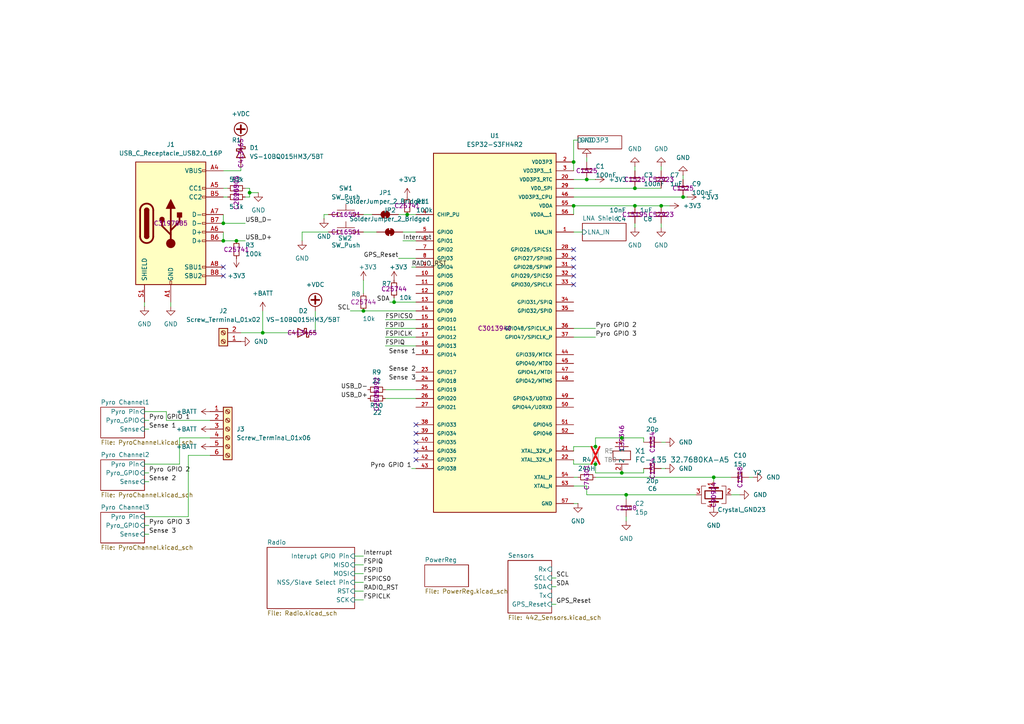
<source format=kicad_sch>
(kicad_sch (version 20250114) (generator "eeschema") (generator_version "9.0")
  (paper "A4")
  (lib_symbols
    (symbol "Connector:Screw_Terminal_01x02" (pin_names (offset 1.016) (hide yes))
      (property "Reference" "J" (at 0 2.54 0))
      (property "Value" "Screw_Terminal_01x02" (at 0 -5.08 0))
      (symbol "Screw_Terminal_01x02_1_1"
        (rectangle (start -1.27 1.27) (end 1.27 -3.81) (stroke (width 0.254)) (fill (type background)))
        (polyline (pts (xy -0.5334 0.3302) (xy 0.3302 -0.508)) (stroke (width 0.1524)))
        (polyline (pts (xy -0.5334 -2.2098) (xy 0.3302 -3.048)) (stroke (width 0.1524)))
        (polyline (pts (xy -0.3556 0.508) (xy 0.508 -0.3302)) (stroke (width 0.1524)))
        (polyline (pts (xy -0.3556 -2.032) (xy 0.508 -2.8702)) (stroke (width 0.1524)))
        (circle (center 0 0) (radius 0.635) (stroke (width 0.1524)))
        (circle (center 0 -2.54) (radius 0.635) (stroke (width 0.1524)))
        (pin passive line (at -5.08 0 0) (length 3.81) (name "Pin_1") (number "1"))
        (pin passive line (at -5.08 -2.54 0) (length 3.81) (name "Pin_2") (number "2"))
      )
    )
    (symbol "Connector:Screw_Terminal_01x06" (pin_names (offset 1.016) (hide yes))
      (property "Reference" "J" (at 0 7.62 0))
      (property "Value" "Screw_Terminal_01x06" (at 0 -10.16 0))
      (symbol "Screw_Terminal_01x06_1_1"
        (rectangle (start -1.27 6.35) (end 1.27 -8.89) (stroke (width 0.254)) (fill (type background)))
        (polyline (pts (xy -0.5334 5.4102) (xy 0.3302 4.572)) (stroke (width 0.1524)))
        (polyline (pts (xy -0.5334 2.8702) (xy 0.3302 2.032)) (stroke (width 0.1524)))
        (polyline (pts (xy -0.5334 0.3302) (xy 0.3302 -0.508)) (stroke (width 0.1524)))
        (polyline (pts (xy -0.5334 -2.2098) (xy 0.3302 -3.048)) (stroke (width 0.1524)))
        (polyline (pts (xy -0.5334 -4.7498) (xy 0.3302 -5.588)) (stroke (width 0.1524)))
        (polyline (pts (xy -0.5334 -7.2898) (xy 0.3302 -8.128)) (stroke (width 0.1524)))
        (polyline (pts (xy -0.3556 5.588) (xy 0.508 4.7498)) (stroke (width 0.1524)))
        (polyline (pts (xy -0.3556 3.048) (xy 0.508 2.2098)) (stroke (width 0.1524)))
        (polyline (pts (xy -0.3556 0.508) (xy 0.508 -0.3302)) (stroke (width 0.1524)))
        (polyline (pts (xy -0.3556 -2.032) (xy 0.508 -2.8702)) (stroke (width 0.1524)))
        (polyline (pts (xy -0.3556 -4.572) (xy 0.508 -5.4102)) (stroke (width 0.1524)))
        (polyline (pts (xy -0.3556 -7.112) (xy 0.508 -7.9502)) (stroke (width 0.1524)))
        (circle (center 0 5.08) (radius 0.635) (stroke (width 0.1524)))
        (circle (center 0 2.54) (radius 0.635) (stroke (width 0.1524)))
        (circle (center 0 0) (radius 0.635) (stroke (width 0.1524)))
        (circle (center 0 -2.54) (radius 0.635) (stroke (width 0.1524)))
        (circle (center 0 -5.08) (radius 0.635) (stroke (width 0.1524)))
        (circle (center 0 -7.62) (radius 0.635) (stroke (width 0.1524)))
        (pin passive line (at -5.08 5.08 0) (length 3.81) (name "Pin_1") (number "1"))
        (pin passive line (at -5.08 2.54 0) (length 3.81) (name "Pin_2") (number "2"))
        (pin passive line (at -5.08 0 0) (length 3.81) (name "Pin_3") (number "3"))
        (pin passive line (at -5.08 -2.54 0) (length 3.81) (name "Pin_4") (number "4"))
        (pin passive line (at -5.08 -5.08 0) (length 3.81) (name "Pin_5") (number "5"))
        (pin passive line (at -5.08 -7.62 0) (length 3.81) (name "Pin_6") (number "6"))
      )
    )
    (symbol "Connector:USB_C_Receptacle_USB2.0_16P" (pin_names (offset 1.016))
      (property "Reference" "J" (at 0 22.225 0))
      (property "Value" "USB_C_Receptacle_USB2.0_16P" (at 0 19.685 0))
      (symbol "USB_C_Receptacle_USB2.0_16P_0_0"
        (rectangle (start -0.254 -17.78) (end 0.254 -16.764))
        (rectangle (start 10.16 15.494) (end 9.144 14.986))
        (rectangle (start 10.16 10.414) (end 9.144 9.906))
        (rectangle (start 10.16 7.874) (end 9.144 7.366))
        (rectangle (start 10.16 2.794) (end 9.144 2.286))
        (rectangle (start 10.16 0.254) (end 9.144 -0.254))
        (rectangle (start 10.16 -2.286) (end 9.144 -2.794))
        (rectangle (start 10.16 -4.826) (end 9.144 -5.334))
        (rectangle (start 10.16 -12.446) (end 9.144 -12.954))
        (rectangle (start 10.16 -14.986) (end 9.144 -15.494))
      )
      (symbol "USB_C_Receptacle_USB2.0_16P_0_1"
        (rectangle (start -10.16 17.78) (end 10.16 -17.78) (stroke (width 0.254)) (fill (type background)))
        (polyline (pts (xy -8.89 -3.81) (xy -8.89 3.81)) (stroke (width 0.508)))
        (rectangle (start -7.62 -3.81) (end -6.35 3.81) (stroke (width 0.254)) (fill (type outline)))
        (arc (start -7.62 3.81) (mid -6.985 4.4423) (end -6.35 3.81) (stroke (width 0.254)))
        (arc (start -7.62 3.81) (mid -6.985 4.4423) (end -6.35 3.81) (stroke (width 0.254)) (fill (type outline)))
        (arc (start -8.89 3.81) (mid -6.985 5.7067) (end -5.08 3.81) (stroke (width 0.508)))
        (arc (start -5.08 -3.81) (mid -6.985 -5.7067) (end -8.89 -3.81) (stroke (width 0.508)))
        (arc (start -6.35 -3.81) (mid -6.985 -4.4423) (end -7.62 -3.81) (stroke (width 0.254)))
        (arc (start -6.35 -3.81) (mid -6.985 -4.4423) (end -7.62 -3.81) (stroke (width 0.254)) (fill (type outline)))
        (polyline (pts (xy -5.08 3.81) (xy -5.08 -3.81)) (stroke (width 0.508)))
        (circle (center -2.54 1.143) (radius 0.635) (stroke (width 0.254)) (fill (type outline)))
        (polyline (pts (xy -1.27 4.318) (xy 0 6.858) (xy 1.27 4.318) (xy -1.27 4.318)) (stroke (width 0.254)) (fill (type outline)))
        (polyline (pts (xy 0 -2.032) (xy 2.54 0.508) (xy 2.54 1.778)) (stroke (width 0.508)))
        (polyline (pts (xy 0 -3.302) (xy -2.54 -0.762) (xy -2.54 0.508)) (stroke (width 0.508)))
        (polyline (pts (xy 0 -5.842) (xy 0 4.318)) (stroke (width 0.508)))
        (circle (center 0 -5.842) (radius 1.27) (fill (type outline)))
        (rectangle (start 1.905 1.778) (end 3.175 3.048) (stroke (width 0.254)) (fill (type outline)))
      )
      (symbol "USB_C_Receptacle_USB2.0_16P_1_1"
        (pin passive line (at -7.62 -22.86 90) (length 5.08) (name "SHIELD") (number "S1"))
        (pin passive line (at 0 -22.86 90) (length 5.08) (name "GND") (number "A1"))
        (pin passive line (at 0 -22.86 90) (length 5.08) (hide yes) (name "GND") (number "A12"))
        (pin passive line (at 0 -22.86 90) (length 5.08) (hide yes) (name "GND") (number "B1"))
        (pin passive line (at 0 -22.86 90) (length 5.08) (hide yes) (name "GND") (number "B12"))
        (pin passive line (at 15.24 15.24 180) (length 5.08) (name "VBUS") (number "A4"))
        (pin passive line (at 15.24 15.24 180) (length 5.08) (hide yes) (name "VBUS") (number "A9"))
        (pin passive line (at 15.24 15.24 180) (length 5.08) (hide yes) (name "VBUS") (number "B4"))
        (pin passive line (at 15.24 15.24 180) (length 5.08) (hide yes) (name "VBUS") (number "B9"))
        (pin bidirectional line (at 15.24 10.16 180) (length 5.08) (name "CC1") (number "A5"))
        (pin bidirectional line (at 15.24 7.62 180) (length 5.08) (name "CC2") (number "B5"))
        (pin bidirectional line (at 15.24 2.54 180) (length 5.08) (name "D-") (number "A7"))
        (pin bidirectional line (at 15.24 0 180) (length 5.08) (name "D-") (number "B7"))
        (pin bidirectional line (at 15.24 -2.54 180) (length 5.08) (name "D+") (number "A6"))
        (pin bidirectional line (at 15.24 -5.08 180) (length 5.08) (name "D+") (number "B6"))
        (pin bidirectional line (at 15.24 -12.7 180) (length 5.08) (name "SBU1") (number "A8"))
        (pin bidirectional line (at 15.24 -15.24 180) (length 5.08) (name "SBU2") (number "B8"))
      )
    )
    (symbol "Device:C_Small" (pin_numbers (hide yes)) (pin_names (offset 0.254) (hide yes))
      (property "Reference" "C" (at 0.254 1.778 0))
      (property "Value" "C_Small" (at 0.254 -2.032 0))
      (symbol "C_Small_0_1"
        (polyline (pts (xy -1.524 0.508) (xy 1.524 0.508)) (stroke (width 0.3048)))
        (polyline (pts (xy -1.524 -0.508) (xy 1.524 -0.508)) (stroke (width 0.3302)))
      )
      (symbol "C_Small_1_1"
        (pin passive line (at 0 2.54 270) (length 2.032) (name "~") (number "1"))
        (pin passive line (at 0 -2.54 90) (length 2.032) (name "~") (number "2"))
      )
    )
    (symbol "Device:Crystal_GND23" (pin_names (offset 1.016) (hide yes))
      (property "Reference" "Y" (at 3.175 5.08 0))
      (property "Value" "Crystal_GND23" (at 3.175 3.175 0))
      (symbol "Crystal_GND23_0_1"
        (polyline (pts (xy -2.54 2.286) (xy -2.54 3.556) (xy 2.54 3.556) (xy 2.54 2.286)))
        (polyline (pts (xy -2.54 0) (xy -2.032 0)))
        (polyline (pts (xy -2.54 -2.286) (xy -2.54 -3.556) (xy 2.54 -3.556) (xy 2.54 -2.286)))
        (polyline (pts (xy -2.032 -1.27) (xy -2.032 1.27)) (stroke (width 0.508)))
        (rectangle (start -1.143 2.54) (end 1.143 -2.54) (stroke (width 0.3048)))
        (polyline (pts (xy 0 3.556) (xy 0 3.81)))
        (polyline (pts (xy 0 -3.81) (xy 0 -3.556)))
        (polyline (pts (xy 2.032 0) (xy 2.54 0)))
        (polyline (pts (xy 2.032 -1.27) (xy 2.032 1.27)) (stroke (width 0.508)))
      )
      (symbol "Crystal_GND23_1_1"
        (pin passive line (at -3.81 0 0) (length 1.27) (name "1") (number "1"))
        (pin passive line (at 0 5.08 270) (length 1.27) (name "2") (number "2"))
        (pin passive line (at 0 -5.08 90) (length 1.27) (name "3") (number "3"))
        (pin passive line (at 3.81 0 180) (length 1.27) (name "4") (number "4"))
      )
    )
    (symbol "Device:D_Schottky" (pin_numbers (hide yes)) (pin_names (offset 1.016) (hide yes))
      (property "Reference" "D" (at 0 2.54 0))
      (property "Value" "D_Schottky" (at 0 -2.54 0))
      (symbol "D_Schottky_0_1"
        (polyline (pts (xy -1.905 0.635) (xy -1.905 1.27) (xy -1.27 1.27) (xy -1.27 -1.27) (xy -0.635 -1.27) (xy -0.635 -0.635)) (stroke (width 0.254)))
        (polyline (pts (xy 1.27 1.27) (xy 1.27 -1.27) (xy -1.27 0) (xy 1.27 1.27)) (stroke (width 0.254)))
        (polyline (pts (xy 1.27 0) (xy -1.27 0)))
      )
      (symbol "D_Schottky_1_1"
        (pin passive line (at -3.81 0 0) (length 2.54) (name "K") (number "1"))
        (pin passive line (at 3.81 0 180) (length 2.54) (name "A") (number "2"))
      )
    )
    (symbol "Device:R_Small" (pin_numbers (hide yes)) (pin_names (offset 0.254) (hide yes))
      (property "Reference" "R" (at 0.762 0.508 0))
      (property "Value" "R_Small" (at 0.762 -1.016 0))
      (symbol "R_Small_0_1"
        (rectangle (start -0.762 1.778) (end 0.762 -1.778) (stroke (width 0.2032)))
      )
      (symbol "R_Small_1_1"
        (pin passive line (at 0 2.54 270) (length 0.762) (name "~") (number "1"))
        (pin passive line (at 0 -2.54 90) (length 0.762) (name "~") (number "2"))
      )
    )
    (symbol "ESP32-S3FH4R2:ESP32-S3FH4R2" (pin_names (offset 1.016))
      (property "Reference" "U" (at -17.78 51.562 0))
      (property "Value" "ESP32-S3FH4R2" (at -17.78 -55.88 0))
      (symbol "ESP32-S3FH4R2_0_0"
        (rectangle (start -17.78 -53.34) (end 17.78 50.8) (stroke (width 0.254)) (fill (type background)))
        (pin input line (at -22.86 33.02 0) (length 5.08) (name "CHIP_PU") (number "4"))
        (pin bidirectional line (at -22.86 27.94 0) (length 5.08) (name "GPIO0") (number "5"))
        (pin bidirectional line (at -22.86 25.4 0) (length 5.08) (name "GPIO1") (number "6"))
        (pin bidirectional line (at -22.86 22.86 0) (length 5.08) (name "GPIO2") (number "7"))
        (pin bidirectional line (at -22.86 20.32 0) (length 5.08) (name "GPIO3") (number "8"))
        (pin bidirectional line (at -22.86 17.78 0) (length 5.08) (name "GPIO4") (number "9"))
        (pin bidirectional line (at -22.86 15.24 0) (length 5.08) (name "GPIO5") (number "10"))
        (pin bidirectional line (at -22.86 12.7 0) (length 5.08) (name "GPIO6") (number "11"))
        (pin bidirectional line (at -22.86 10.16 0) (length 5.08) (name "GPIO7") (number "12"))
        (pin bidirectional line (at -22.86 7.62 0) (length 5.08) (name "GPIO8") (number "13"))
        (pin bidirectional line (at -22.86 5.08 0) (length 5.08) (name "GPIO9") (number "14"))
        (pin bidirectional line (at -22.86 2.54 0) (length 5.08) (name "GPIO10") (number "15"))
        (pin bidirectional line (at -22.86 0 0) (length 5.08) (name "GPIO11") (number "16"))
        (pin bidirectional line (at -22.86 -2.54 0) (length 5.08) (name "GPIO12") (number "17"))
        (pin bidirectional line (at -22.86 -5.08 0) (length 5.08) (name "GPIO13") (number "18"))
        (pin bidirectional line (at -22.86 -7.62 0) (length 5.08) (name "GPIO14") (number "19"))
        (pin bidirectional line (at -22.86 -12.7 0) (length 5.08) (name "GPIO17") (number "23"))
        (pin bidirectional line (at -22.86 -15.24 0) (length 5.08) (name "GPIO18") (number "24"))
        (pin bidirectional line (at -22.86 -17.78 0) (length 5.08) (name "GPIO19") (number "25"))
        (pin bidirectional line (at -22.86 -20.32 0) (length 5.08) (name "GPIO20") (number "26"))
        (pin bidirectional line (at -22.86 -22.86 0) (length 5.08) (name "GPIO21") (number "27"))
        (pin bidirectional line (at -22.86 -27.94 0) (length 5.08) (name "GPIO33") (number "38"))
        (pin bidirectional line (at -22.86 -30.48 0) (length 5.08) (name "GPIO34") (number "39"))
        (pin bidirectional line (at -22.86 -33.02 0) (length 5.08) (name "GPIO35") (number "40"))
        (pin bidirectional line (at -22.86 -35.56 0) (length 5.08) (name "GPIO36") (number "41"))
        (pin bidirectional line (at -22.86 -38.1 0) (length 5.08) (name "GPIO37") (number "42"))
        (pin bidirectional line (at -22.86 -40.64 0) (length 5.08) (name "GPIO38") (number "43"))
        (pin power_in line (at 22.86 48.26 180) (length 5.08) (name "VDD3P3") (number "2"))
        (pin power_in line (at 22.86 45.72 180) (length 5.08) (name "VDD3P3__1") (number "3"))
        (pin power_in line (at 22.86 43.18 180) (length 5.08) (name "VDD3P3_RTC") (number "20"))
        (pin power_in line (at 22.86 40.64 180) (length 5.08) (name "VDD_SPI") (number "29"))
        (pin power_in line (at 22.86 38.1 180) (length 5.08) (name "VDD3P3_CPU") (number "46"))
        (pin power_in line (at 22.86 35.56 180) (length 5.08) (name "VDDA") (number "55"))
        (pin power_in line (at 22.86 33.02 180) (length 5.08) (name "VDDA__1") (number "56"))
        (pin bidirectional line (at 22.86 27.94 180) (length 5.08) (name "LNA_IN") (number "1"))
        (pin bidirectional line (at 22.86 22.86 180) (length 5.08) (name "GPIO26/SPICS1") (number "28"))
        (pin bidirectional line (at 22.86 20.32 180) (length 5.08) (name "GPIO27/SPIHD") (number "30"))
        (pin bidirectional line (at 22.86 17.78 180) (length 5.08) (name "GPIO28/SPIWP") (number "31"))
        (pin bidirectional line (at 22.86 15.24 180) (length 5.08) (name "GPIO29/SPICS0") (number "32"))
        (pin bidirectional line (at 22.86 12.7 180) (length 5.08) (name "GPIO30/SPICLK") (number "33"))
        (pin bidirectional line (at 22.86 7.62 180) (length 5.08) (name "GPIO31/SPIQ") (number "34"))
        (pin bidirectional line (at 22.86 5.08 180) (length 5.08) (name "GPIO32/SPID") (number "35"))
        (pin bidirectional line (at 22.86 0 180) (length 5.08) (name "GPIO48/SPICLK_N") (number "36"))
        (pin bidirectional line (at 22.86 -2.54 180) (length 5.08) (name "GPIO47/SPICLK_P") (number "37"))
        (pin bidirectional line (at 22.86 -7.62 180) (length 5.08) (name "GPIO39/MTCK") (number "44"))
        (pin bidirectional line (at 22.86 -10.16 180) (length 5.08) (name "GPIO40/MTDO") (number "45"))
        (pin bidirectional line (at 22.86 -12.7 180) (length 5.08) (name "GPIO41/MTDI") (number "47"))
        (pin bidirectional line (at 22.86 -15.24 180) (length 5.08) (name "GPIO42/MTMS") (number "48"))
        (pin bidirectional line (at 22.86 -20.32 180) (length 5.08) (name "GPIO43/U0TXD") (number "49"))
        (pin bidirectional line (at 22.86 -22.86 180) (length 5.08) (name "GPIO44/U0RXD") (number "50"))
        (pin bidirectional line (at 22.86 -27.94 180) (length 5.08) (name "GPIO45") (number "51"))
        (pin bidirectional line (at 22.86 -30.48 180) (length 5.08) (name "GPIO46") (number "52"))
        (pin bidirectional line (at 22.86 -35.56 180) (length 5.08) (name "XTAL_32K_P") (number "21"))
        (pin bidirectional line (at 22.86 -38.1 180) (length 5.08) (name "XTAL_32K_N") (number "22"))
        (pin input line (at 22.86 -43.18 180) (length 5.08) (name "XTAL_P") (number "54"))
        (pin output line (at 22.86 -45.72 180) (length 5.08) (name "XTAL_N") (number "53"))
        (pin power_in line (at 22.86 -50.8 180) (length 5.08) (name "GND") (number "57"))
      )
    )
    (symbol "FC_135:FC-135_32.7680KA-A5" (pin_names (offset 0.254))
      (property "Reference" "X1" (at 3.8099 3.81 90))
      (property "Value" "FC-135 32.7680KA-A5" (at 6.3499 3.81 90))
      (symbol "FC-135_32.7680KA-A5_1_1"
        (polyline (pts (xy 2.54 -1.905) (xy 2.54 1.905)) (stroke (width 0.2032)))
        (polyline (pts (xy 3.81 2.54) (xy 6.35 2.54)) (stroke (width 0.2032)))
        (polyline (pts (xy 3.81 -2.54) (xy 3.81 2.54)) (stroke (width 0.2032)))
        (polyline (pts (xy 6.35 2.54) (xy 6.35 -2.54)) (stroke (width 0.2032)))
        (polyline (pts (xy 6.35 -2.54) (xy 3.81 -2.54)) (stroke (width 0.2032)))
        (polyline (pts (xy 7.62 -1.905) (xy 7.62 1.905)) (stroke (width 0.2032)))
        (pin passive line (at 0 0 0) (length 2.54) (name "1") (number "1"))
        (pin passive line (at 10.16 0 180) (length 2.54) (name "2") (number "2"))
      )
      (symbol "FC-135_32.7680KA-A5_1_2"
        (polyline (pts (xy -2.54 6.35) (xy 2.54 6.35)) (stroke (width 0.2032)))
        (polyline (pts (xy -2.54 3.81) (xy -2.54 6.35)) (stroke (width 0.2032)))
        (polyline (pts (xy 1.905 7.62) (xy -1.905 7.62)) (stroke (width 0.2032)))
        (polyline (pts (xy 1.905 2.54) (xy -1.905 2.54)) (stroke (width 0.2032)))
        (polyline (pts (xy 2.54 6.35) (xy 2.54 3.81)) (stroke (width 0.2032)))
        (polyline (pts (xy 2.54 3.81) (xy -2.54 3.81)) (stroke (width 0.2032)))
        (pin unspecified line (at 0 10.16 270) (length 2.54) (name "2") (number "2"))
        (pin unspecified line (at 0 0 90) (length 2.54) (name "1") (number "1"))
      )
    )
    (symbol "Jumper:SolderJumper_2_Bridged" (pin_numbers (hide yes)) (pin_names (offset 0) (hide yes)) (exclude_from_sim yes) (in_bom no)
      (property "Reference" "JP" (at 0 2.032 0))
      (property "Value" "SolderJumper_2_Bridged" (at 0 -2.54 0))
      (symbol "SolderJumper_2_Bridged_0_1"
        (rectangle (start -0.508 0.508) (end 0.508 -0.508) (fill (type outline)))
        (polyline (pts (xy -0.254 1.016) (xy -0.254 -1.016)))
        (arc (start -0.254 -1.016) (mid -1.2656 0) (end -0.254 1.016))
        (arc (start -0.254 -1.016) (mid -1.2656 0) (end -0.254 1.016) (fill (type outline)))
        (arc (start 0.254 1.016) (mid 1.2656 0) (end 0.254 -1.016))
        (arc (start 0.254 1.016) (mid 1.2656 0) (end 0.254 -1.016) (fill (type outline)))
        (polyline (pts (xy 0.254 1.016) (xy 0.254 -1.016)))
      )
      (symbol "SolderJumper_2_Bridged_1_1"
        (pin passive line (at -3.81 0 0) (length 2.54) (name "A") (number "1"))
        (pin passive line (at 3.81 0 180) (length 2.54) (name "B") (number "2"))
      )
    )
    (symbol "Switch:SW_Push" (pin_numbers (hide yes)) (pin_names (offset 1.016) (hide yes))
      (property "Reference" "SW" (at 1.27 2.54 0))
      (property "Value" "SW_Push" (at 0 -1.524 0))
      (symbol "SW_Push_0_1"
        (circle (center -2.032 0) (radius 0.508))
        (polyline (pts (xy 0 1.27) (xy 0 3.048)))
        (circle (center 2.032 0) (radius 0.508))
        (polyline (pts (xy 2.54 1.27) (xy -2.54 1.27)))
        (pin passive line (at -5.08 0 0) (length 2.54) (name "1") (number "1"))
        (pin passive line (at 5.08 0 180) (length 2.54) (name "2") (number "2"))
      )
    )
    (symbol "power:+3V3" (power) (pin_numbers (hide yes)) (pin_names (offset 0) (hide yes))
      (property "Value" "+3V3" (at 0 3.556 0))
      (symbol "+3V3_0_1"
        (polyline (pts (xy -0.762 1.27) (xy 0 2.54)))
        (polyline (pts (xy 0 2.54) (xy 0.762 1.27)))
        (polyline (pts (xy 0 0) (xy 0 2.54)))
      )
      (symbol "+3V3_1_1"
        (pin power_in line (at 0 0 90) (length 0) (name "~") (number "1"))
      )
    )
    (symbol "power:+BATT" (power) (pin_numbers (hide yes)) (pin_names (offset 0) (hide yes))
      (property "Value" "+BATT" (at 0 3.556 0))
      (symbol "+BATT_0_1"
        (polyline (pts (xy -0.762 1.27) (xy 0 2.54)))
        (polyline (pts (xy 0 2.54) (xy 0.762 1.27)))
        (polyline (pts (xy 0 0) (xy 0 2.54)))
      )
      (symbol "+BATT_1_1"
        (pin power_in line (at 0 0 90) (length 0) (name "~") (number "1"))
      )
    )
    (symbol "power:+VDC" (power) (pin_numbers (hide yes)) (pin_names (offset 0) (hide yes))
      (property "Value" "+VDC" (at 0 6.35 0))
      (symbol "+VDC_0_1"
        (polyline (pts (xy -1.143 3.175) (xy 1.143 3.175)) (stroke (width 0.508)))
        (circle (center 0 3.175) (radius 1.905) (stroke (width 0.254)))
        (polyline (pts (xy 0 2.032) (xy 0 4.318)) (stroke (width 0.508)))
        (polyline (pts (xy 0 0) (xy 0 1.27)))
      )
      (symbol "+VDC_1_1"
        (pin power_in line (at 0 0 90) (length 0) (name "~") (number "1"))
      )
    )
    (symbol "power:GND" (power) (pin_numbers (hide yes)) (pin_names (offset 0) (hide yes))
      (property "Value" "GND" (at 0 -3.81 0))
      (symbol "GND_0_1"
        (polyline (pts (xy 0 0) (xy 0 -1.27) (xy 1.27 -1.27) (xy 0 -2.54) (xy -1.27 -1.27) (xy 0 -1.27)))
      )
      (symbol "GND_1_1"
        (pin power_in line (at 0 0 270) (length 0) (name "~") (number "1"))
      )
    )
  )
  (junction (at 118.11 62.23))
  (junction (at 181.61 143.51))
  (junction (at 105.41 90.17))
  (junction (at 72.39 55.88))
  (junction (at 172.72 129.54))
  (junction (at 191.77 59.69))
  (junction (at 184.15 54.61))
  (junction (at 68.58 69.85))
  (junction (at 172.72 134.62))
  (junction (at 207.01 138.43))
  (junction (at 64.77 69.85))
  (junction (at 114.3 87.63))
  (junction (at 76.2 96.52))
  (junction (at 170.18 52.07))
  (junction (at 180.34 127))
  (junction (at 184.15 59.69))
  (junction (at 64.77 64.77))
  (junction (at 198.12 57.15))
  (junction (at 166.37 46.99))
  (junction (at 180.34 137.16))
  (junction (at 166.37 59.69))
  (no_connect (at 166.37 74.93))
  (no_connect (at 120.65 123.19))
  (no_connect (at 64.77 80.01))
  (no_connect (at 120.65 125.73))
  (no_connect (at 166.37 72.39))
  (no_connect (at 120.65 133.35))
  (no_connect (at 120.65 128.27))
  (no_connect (at 120.65 130.81))
  (no_connect (at 64.77 77.47))
  (no_connect (at 166.37 77.47))
  (no_connect (at 166.37 80.01))
  (no_connect (at 166.37 82.55))
  (wire (pts (xy 166.37 54.61) (xy 184.15 54.61)))
  (wire (pts (xy 41.91 119.38) (xy 48.26 119.38)))
  (wire (pts (xy 105.41 67.31) (xy 109.22 67.31)))
  (wire (pts (xy 71.12 57.15) (xy 72.39 57.15)))
  (wire (pts (xy 191.77 59.69) (xy 194.31 59.69)))
  (wire (pts (xy 76.2 90.17) (xy 76.2 96.52)))
  (wire (pts (xy 48.26 119.38) (xy 48.26 121.92)))
  (wire (pts (xy 54.61 149.86) (xy 54.61 132.08)))
  (wire (pts (xy 160.02 167.64) (xy 161.29 167.64)))
  (wire (pts (xy 186.69 128.27) (xy 186.69 127)))
  (wire (pts (xy 72.39 55.88) (xy 72.39 54.61)))
  (wire (pts (xy 41.91 87.63) (xy 41.91 88.9)))
  (wire (pts (xy 54.61 132.08) (xy 60.96 132.08)))
  (wire (pts (xy 115.57 62.23) (xy 118.11 62.23)))
  (wire (pts (xy 166.37 52.07) (xy 170.18 52.07)))
  (wire (pts (xy 64.77 57.15) (xy 66.04 57.15)))
  (wire (pts (xy 102.87 166.37) (xy 105.41 166.37)))
  (wire (pts (xy 180.34 137.16) (xy 186.69 137.16)))
  (wire (pts (xy 102.87 173.99) (xy 105.41 173.99)))
  (wire (pts (xy 166.37 146.05) (xy 167.64 146.05)))
  (wire (pts (xy 115.57 74.93) (xy 120.65 74.93)))
  (wire (pts (xy 64.77 67.31) (xy 64.77 69.85)))
  (wire (pts (xy 184.15 48.26) (xy 184.15 49.53)))
  (wire (pts (xy 111.76 97.79) (xy 120.65 97.79)))
  (wire (pts (xy 111.76 92.71) (xy 120.65 92.71)))
  (wire (pts (xy 64.77 54.61) (xy 66.04 54.61)))
  (wire (pts (xy 41.91 137.16) (xy 43.18 137.16)))
  (wire (pts (xy 91.44 90.17) (xy 91.44 96.52)))
  (wire (pts (xy 119.38 135.89) (xy 120.65 135.89)))
  (wire (pts (xy 166.37 97.79) (xy 172.72 97.79)))
  (wire (pts (xy 184.15 54.61) (xy 191.77 54.61)))
  (wire (pts (xy 72.39 54.61) (xy 71.12 54.61)))
  (wire (pts (xy 95.25 62.23) (xy 93.98 62.23)))
  (wire (pts (xy 184.15 66.04) (xy 184.15 64.77)))
  (wire (pts (xy 41.91 154.94) (xy 43.18 154.94)))
  (wire (pts (xy 102.87 161.29) (xy 105.41 161.29)))
  (wire (pts (xy 172.72 127) (xy 180.34 127)))
  (wire (pts (xy 191.77 135.89) (xy 193.04 135.89)))
  (wire (pts (xy 166.37 67.31) (xy 168.91 67.31)))
  (wire (pts (xy 101.6 90.17) (xy 105.41 90.17)))
  (wire (pts (xy 41.91 139.7) (xy 43.18 139.7)))
  (wire (pts (xy 207.01 139.7) (xy 207.01 138.43)))
  (wire (pts (xy 217.17 138.43) (xy 218.44 138.43)))
  (wire (pts (xy 41.91 121.92) (xy 43.18 121.92)))
  (wire (pts (xy 111.76 95.25) (xy 120.65 95.25)))
  (wire (pts (xy 166.37 57.15) (xy 198.12 57.15)))
  (wire (pts (xy 72.39 57.15) (xy 72.39 55.88)))
  (wire (pts (xy 166.37 134.62) (xy 172.72 134.62)))
  (wire (pts (xy 161.29 170.18) (xy 160.02 170.18)))
  (wire (pts (xy 113.03 87.63) (xy 114.3 87.63)))
  (wire (pts (xy 105.41 90.17) (xy 120.65 90.17)))
  (wire (pts (xy 64.77 64.77) (xy 71.12 64.77)))
  (wire (pts (xy 111.76 100.33) (xy 120.65 100.33)))
  (wire (pts (xy 41.91 124.46) (xy 43.18 124.46)))
  (wire (pts (xy 170.18 140.97) (xy 166.37 140.97)))
  (wire (pts (xy 166.37 40.64) (xy 166.37 46.99)))
  (wire (pts (xy 191.77 128.27) (xy 193.04 128.27)))
  (wire (pts (xy 64.77 69.85) (xy 68.58 69.85)))
  (wire (pts (xy 172.72 127) (xy 172.72 129.54)))
  (wire (pts (xy 114.3 86.36) (xy 114.3 87.63)))
  (wire (pts (xy 172.72 138.43) (xy 207.01 138.43)))
  (wire (pts (xy 170.18 143.51) (xy 181.61 143.51)))
  (wire (pts (xy 69.85 48.26) (xy 69.85 49.53)))
  (wire (pts (xy 166.37 138.43) (xy 167.64 138.43)))
  (wire (pts (xy 83.82 96.52) (xy 76.2 96.52)))
  (wire (pts (xy 166.37 46.99) (xy 166.37 49.53)))
  (wire (pts (xy 102.87 168.91) (xy 105.41 168.91)))
  (wire (pts (xy 119.38 77.47) (xy 120.65 77.47)))
  (wire (pts (xy 48.26 121.92) (xy 60.96 121.92)))
  (wire (pts (xy 166.37 130.81) (xy 166.37 129.54)))
  (wire (pts (xy 186.69 135.89) (xy 186.69 137.16)))
  (wire (pts (xy 198.12 50.8) (xy 198.12 52.07)))
  (wire (pts (xy 49.53 87.63) (xy 49.53 88.9)))
  (wire (pts (xy 93.98 62.23) (xy 93.98 63.5)))
  (wire (pts (xy 105.41 85.09) (xy 105.41 81.28)))
  (wire (pts (xy 116.84 69.85) (xy 120.65 69.85)))
  (wire (pts (xy 172.72 137.16) (xy 180.34 137.16)))
  (wire (pts (xy 68.58 69.85) (xy 71.12 69.85)))
  (wire (pts (xy 181.61 149.86) (xy 181.61 151.13)))
  (wire (pts (xy 170.18 143.51) (xy 170.18 140.97)))
  (wire (pts (xy 160.02 175.26) (xy 161.29 175.26)))
  (wire (pts (xy 111.76 115.57) (xy 120.65 115.57)))
  (wire (pts (xy 212.09 143.51) (xy 214.63 143.51)))
  (wire (pts (xy 52.07 127) (xy 60.96 127)))
  (wire (pts (xy 41.91 152.4) (xy 43.18 152.4)))
  (wire (pts (xy 64.77 49.53) (xy 69.85 49.53)))
  (wire (pts (xy 170.18 52.07) (xy 172.72 52.07)))
  (wire (pts (xy 95.25 67.31) (xy 87.63 67.31)))
  (wire (pts (xy 207.01 138.43) (xy 212.09 138.43)))
  (wire (pts (xy 166.37 129.54) (xy 172.72 129.54)))
  (wire (pts (xy 191.77 59.69) (xy 184.15 59.69)))
  (wire (pts (xy 118.11 62.23) (xy 120.65 62.23)))
  (wire (pts (xy 52.07 134.62) (xy 52.07 127)))
  (wire (pts (xy 170.18 45.72) (xy 170.18 46.99)))
  (wire (pts (xy 41.91 134.62) (xy 52.07 134.62)))
  (wire (pts (xy 191.77 66.04) (xy 191.77 64.77)))
  (wire (pts (xy 166.37 95.25) (xy 172.72 95.25)))
  (wire (pts (xy 102.87 171.45) (xy 105.41 171.45)))
  (wire (pts (xy 41.91 149.86) (xy 54.61 149.86)))
  (wire (pts (xy 181.61 143.51) (xy 201.93 143.51)))
  (wire (pts (xy 166.37 59.69) (xy 166.37 62.23)))
  (wire (pts (xy 76.2 96.52) (xy 69.85 96.52)))
  (wire (pts (xy 116.84 67.31) (xy 120.65 67.31)))
  (wire (pts (xy 166.37 59.69) (xy 184.15 59.69)))
  (wire (pts (xy 198.12 57.15) (xy 199.39 57.15)))
  (wire (pts (xy 64.77 62.23) (xy 64.77 64.77)))
  (wire (pts (xy 172.72 134.62) (xy 172.72 137.16)))
  (wire (pts (xy 111.76 113.03) (xy 120.65 113.03)))
  (wire (pts (xy 87.63 67.31) (xy 87.63 69.85)))
  (wire (pts (xy 191.77 48.26) (xy 191.77 49.53)))
  (wire (pts (xy 72.39 55.88) (xy 74.93 55.88)))
  (wire (pts (xy 181.61 143.51) (xy 181.61 144.78)))
  (wire (pts (xy 167.64 40.64) (xy 166.37 40.64)))
  (wire (pts (xy 114.3 87.63) (xy 120.65 87.63)))
  (wire (pts (xy 102.87 163.83) (xy 105.41 163.83)))
  (wire (pts (xy 166.37 133.35) (xy 166.37 134.62)))
  (wire (pts (xy 180.34 127) (xy 186.69 127)))
  (wire (pts (xy 105.41 62.23) (xy 107.95 62.23)))
  (label "SDA" (at 113.03 87.63 180))
  (label "FSPICLK" (at 105.41 173.99 0))
  (label "Sense 2" (at 43.18 139.7 0))
  (label "SCL" (at 161.29 167.64 0))
  (label "USB_D+" (at 71.12 69.85 0))
  (label "FSPID" (at 105.41 166.37 0))
  (label "Sense 1" (at 43.18 124.46 0))
  (label "Interrupt" (at 105.41 161.29 0))
  (label "Pyro GPIO 2" (at 172.72 95.25 0))
  (label "RADIO_RST" (at 105.41 171.45 0))
  (label "Pyro GPIO 1" (at 43.18 121.92 0))
  (label "Pyro GPIO 1" (at 119.38 135.89 180))
  (label "FSPICLK" (at 111.76 97.79 0))
  (label "USB_D+" (at 106.68 115.57 180))
  (label "SCL" (at 101.6 90.17 180))
  (label "FSPICS0" (at 105.41 168.91 0))
  (label "Pyro GPIO 3" (at 172.72 97.79 0))
  (label "FSPICS0" (at 111.76 92.71 0))
  (label "USB_D-" (at 106.68 113.03 180))
  (label "GPS_Reset" (at 115.57 74.93 180))
  (label "Sense 2" (at 120.65 107.95 180))
  (label "Interrupt" (at 116.84 69.85 0))
  (label "Sense 1" (at 120.65 102.87 180))
  (label "Pyro GPIO 2" (at 43.18 137.16 0))
  (label "SDA" (at 161.29 170.18 0))
  (label "FSPIQ" (at 105.41 163.83 0))
  (label "RADIO_RST" (at 119.38 77.47 0))
  (label "Pyro GPIO 3" (at 43.18 152.4 0))
  (label "Sense 3" (at 120.65 110.49 180))
  (label "FSPID" (at 111.76 95.25 0))
  (label "USB_D-" (at 71.12 64.77 0))
  (label "FSPIQ" (at 111.76 100.33 0))
  (label "Sense 3" (at 43.18 154.94 0))
  (label "GPS_Reset" (at 161.29 175.26 0))
  (symbol (lib_id "Device:R_Small") (at 109.22 115.57 270) (unit 1)
    (property "Reference" "R10" (at 109.22 117.602 90))
    (property "Value" "22" (at 109.474 119.634 90))
    (property "Footprint" "Resistor_SMD:R_0402_1005Metric" (effects (hide yes)))
    (property "Description" "Resistor, small symbol" (effects (hide yes)))
    (property "LCSC" "C25092" (at 109.22 115.57 0))
  )
  (symbol (lib_id "power:GND") (at 218.44 138.43 90) (unit 1)
    (property "Reference" "#PWR023" (effects (hide yes)))
    (property "Value" "GND" (at 222.25 138.4299 90) (effects (justify right)))
    (property "Description" "Power symbol creates a global label with name \"GND\" , ground" (effects (hide yes)))
  )
  (symbol (lib_id "power:+VDC") (at 91.44 90.17 0) (unit 1)
    (property "Reference" "#PWR039" (effects (hide yes)))
    (property "Value" "+VDC" (at 91.44 82.55 0))
    (property "Description" "Power symbol creates a global label with name \"+VDC\"" (effects (hide yes)))
  )
  (symbol (lib_id "Device:D_Schottky") (at 69.85 44.45 270) (unit 1)
    (property "Reference" "D1" (at 72.39 42.8624 90) (effects (justify left)))
    (property "Value" "VS-10BQ015HM3/5BT" (at 72.39 45.4024 90) (effects (justify left)))
    (property "Footprint" "Diode_SMD:D_SMB" (effects (hide yes)))
    (property "Description" "Schottky diode" (effects (hide yes)))
    (property "LCSC" "C413465" (at 69.85 44.45 0))
  )
  (symbol (lib_id "power:GND") (at 41.91 88.9 0) (unit 1)
    (property "Reference" "#PWR01" (effects (hide yes)))
    (property "Value" "GND" (at 41.91 93.98 0))
    (property "Description" "Power symbol creates a global label with name \"GND\" , ground" (effects (hide yes)))
  )
  (symbol (lib_id "Jumper:SolderJumper_2_Bridged") (at 113.03 67.31 0) (unit 1) (exclude_from_sim yes) (in_bom no)
    (property "Reference" "JP2" (at 113.03 60.96 0))
    (property "Value" "SolderJumper_2_Bridged" (at 113.03 63.5 0))
    (property "Footprint" "Jumper:SolderJumper-2_P1.3mm_Bridged_RoundedPad1.0x1.5mm" (effects (hide yes)))
    (property "Description" "Solder Jumper, 2-pole, closed/bridged" (effects (hide yes)))
  )
  (symbol (lib_id "Device:C_Small") (at 170.18 49.53 180) (unit 1)
    (property "Reference" "C1" (at 172.72 48.2535 0) (effects (justify right)))
    (property "Value" "100nF" (at 172.72 50.7935 0) (effects (justify right)))
    (property "Footprint" "Capacitor_SMD:C_0402_1005Metric" (effects (hide yes)))
    (property "Description" "Unpolarized capacitor, small symbol" (effects (hide yes)))
    (property "LCSC" "C1525" (at 170.18 49.53 0))
  )
  (symbol (lib_id "power:+3V3") (at 68.58 74.93 180) (unit 1)
    (property "Reference" "#PWR03" (effects (hide yes)))
    (property "Value" "+3V3" (at 68.58 80.01 0))
    (property "Description" "Power symbol creates a global label with name \"+3V3\"" (effects (hide yes)))
  )
  (symbol (lib_id "ESP32-S3FH4R2:ESP32-S3FH4R2") (at 143.51 95.25 0) (unit 1)
    (property "Reference" "U1" (at 143.51 39.37 0))
    (property "Value" "ESP32-S3FH4R2" (at 143.51 41.91 0))
    (property "Footprint" "S3FH4R2:QFN40P700X700X90-57N" (effects (hide yes)))
    (property "PARTREV" "1.8mm" (effects (hide yes)))
    (property "STANDARD" "IPC-7351B" (effects (hide yes)))
    (property "MAXIMUM_PACKAGE_HEIGHT" "0.9mm" (effects (hide yes)))
    (property "MANUFACTURER" "Espressif Systems" (effects (hide yes)))
    (property "LCSC" "C3013940" (at 143.51 95.25 0))
  )
  (symbol (lib_id "power:GND") (at 69.85 99.06 90) (unit 1)
    (property "Reference" "#PWR06" (effects (hide yes)))
    (property "Value" "GND" (at 73.66 99.0599 90) (effects (justify right)))
    (property "Description" "Power symbol creates a global label with name \"GND\" , ground" (effects (hide yes)))
  )
  (symbol (lib_id "Connector:Screw_Terminal_01x06") (at 66.04 124.46 0) (unit 1)
    (property "Reference" "J3" (at 68.58 124.4599 0) (effects (justify left)))
    (property "Value" "Screw_Terminal_01x06" (at 68.58 126.9999 0) (effects (justify left)))
    (property "Footprint" "OSTVN06A150:CONN_OSTVN06A150_OST" (effects (hide yes)))
    (property "Description" "Generic screw terminal, single row, 01x06, script generated (kicad-library-utils/schlib/autogen/connector/)" (effects (hide yes)))
  )
  (symbol (lib_id "Device:R_Small") (at 105.41 87.63 0) (unit 1)
    (property "Reference" "R8" (at 101.854 85.344 0) (effects (justify left)))
    (property "Value" "10k" (at 105.156 92.456 0) (effects (justify left)))
    (property "Footprint" "Resistor_SMD:R_0402_1005Metric" (effects (hide yes)))
    (property "Description" "Resistor, small symbol" (effects (hide yes)))
    (property "LCSC" "C25744" (at 105.41 87.63 0))
  )
  (symbol (lib_id "power:+3V3") (at 194.31 59.69 270) (unit 1)
    (property "Reference" "#PWR018" (effects (hide yes)))
    (property "Value" "+3V3" (at 198.12 59.6899 90) (effects (justify left)))
    (property "Description" "Power symbol creates a global label with name \"+3V3\"" (effects (hide yes)))
  )
  (symbol (lib_id "power:+3V3") (at 105.41 81.28 0) (unit 1)
    (property "Reference" "#PWR076" (effects (hide yes)))
    (property "Value" "+3V3" (at 106.68 77.47 0))
    (property "Description" "Power symbol creates a global label with name \"+3V3\"" (effects (hide yes)))
  )
  (symbol (lib_id "power:+BATT") (at 60.96 124.46 90) (unit 1)
    (property "Reference" "#PWR074" (effects (hide yes)))
    (property "Value" "+BATT" (at 57.15 124.4599 90) (effects (justify left)))
    (property "Description" "Power symbol creates a global label with name \"+BATT\"" (effects (hide yes)))
  )
  (symbol (lib_id "power:GND") (at 193.04 128.27 90) (unit 1)
    (property "Reference" "#PWR016" (effects (hide yes)))
    (property "Value" "GND" (at 196.85 128.2699 90) (effects (justify right)))
    (property "Description" "Power symbol creates a global label with name \"GND\" , ground" (effects (hide yes)))
  )
  (symbol (lib_id "Device:C_Small") (at 189.23 135.89 90) (unit 1)
    (property "Reference" "C6" (at 189.23 141.732 90))
    (property "Value" "20p" (at 189.23 139.446 90))
    (property "Footprint" "Capacitor_SMD:C_0402_1005Metric" (effects (hide yes)))
    (property "Description" "Unpolarized capacitor, small symbol" (effects (hide yes)))
    (property "LCSC" "C1554" (at 189.23 135.89 0))
  )
  (symbol (lib_id "Device:C_Small") (at 214.63 138.43 90) (unit 1)
    (property "Reference" "C10" (at 214.6363 132.08 90))
    (property "Value" "15p" (at 214.6363 134.62 90))
    (property "Footprint" "Capacitor_SMD:C_0402_1005Metric" (effects (hide yes)))
    (property "Description" "Unpolarized capacitor, small symbol" (effects (hide yes)))
    (property "LCSC" "C1548" (at 214.63 138.43 0))
  )
  (symbol (lib_id "Device:C_Small") (at 184.15 62.23 0) (unit 1)
    (property "Reference" "C4" (at 181.61 63.5065 0) (effects (justify right)))
    (property "Value" "10nF" (at 181.61 60.9665 0) (effects (justify right)))
    (property "Footprint" "Capacitor_SMD:C_0402_1005Metric" (effects (hide yes)))
    (property "Description" "Unpolarized capacitor, small symbol" (effects (hide yes)))
    (property "LCSC" "C15195" (at 184.15 62.23 0))
  )
  (symbol (lib_id "power:+BATT") (at 60.96 129.54 90) (unit 1)
    (property "Reference" "#PWR075" (effects (hide yes)))
    (property "Value" "+BATT" (at 57.15 129.5399 90) (effects (justify left)))
    (property "Description" "Power symbol creates a global label with name \"+BATT\"" (effects (hide yes)))
  )
  (symbol (lib_id "Switch:SW_Push") (at 100.33 67.31 0) (unit 1)
    (property "Reference" "SW2" (at 100.076 69.088 0))
    (property "Value" "SW_Push" (at 100.33 71.12 0))
    (property "Footprint" "Button_Switch_SMD:SW_SPST_PTS810" (effects (hide yes)))
    (property "Description" "Push button switch, generic, two pins" (effects (hide yes)))
    (property "LCSC" "C116501" (at 100.33 67.31 0))
  )
  (symbol (lib_id "power:GND") (at 49.53 88.9 0) (unit 1)
    (property "Reference" "#PWR02" (effects (hide yes)))
    (property "Value" "GND" (at 49.53 93.98 0))
    (property "Description" "Power symbol creates a global label with name \"GND\" , ground" (effects (hide yes)))
  )
  (symbol (lib_id "FC_135:FC-135_32.7680KA-A5") (at 180.34 127 270) (unit 1)
    (property "Reference" "X1" (at 184.15 130.8099 90) (effects (font (size 1.524 1.524)) (justify left)))
    (property "Value" "FC-135 32.7680KA-A5" (at 184.15 133.3499 90) (effects (font (size 1.524 1.524)) (justify left)))
    (property "Footprint" "FC-135:XTAL_FC-135_EPS" (effects (hide yes)))
    (property "Datasheet" "FC-135 32.7680KA-A5" (effects (hide yes)))
    (property "LCSC" "C32346" (at 180.34 127 0))
  )
  (symbol (lib_id "power:+3V3") (at 118.11 57.15 0) (unit 1)
    (property "Reference" "#PWR044" (effects (hide yes)))
    (property "Value" "+3V3" (at 118.11 52.07 0))
    (property "Description" "Power symbol creates a global label with name \"+3V3\"" (effects (hide yes)))
  )
  (symbol (lib_id "power:+3V3") (at 199.39 57.15 270) (unit 1)
    (property "Reference" "#PWR020" (effects (hide yes)))
    (property "Value" "+3V3" (at 203.2 57.1499 90) (effects (justify left)))
    (property "Description" "Power symbol creates a global label with name \"+3V3\"" (effects (hide yes)))
  )
  (symbol (lib_id "Connector:USB_C_Receptacle_USB2.0_16P") (at 49.53 64.77 0) (unit 1)
    (property "Reference" "J1" (at 49.53 41.91 0))
    (property "Value" "USB_C_Receptacle_USB2.0_16P" (at 49.53 44.45 0))
    (property "Footprint" "Connector_USB:USB_C_Receptacle_G-Switch_GT-USB-7010ASV" (effects (hide yes)))
    (property "Datasheet" "https://jlcpcb.com/api/file/downloadByFileSystemAccessId/8589784508607737856" (effects (hide yes)))
    (property "Description" "USB 2.0-only 16P Type-C Receptacle connector" (effects (hide yes)))
    (property "LCSC" "C3197885" (at 49.53 64.77 0))
  )
  (symbol (lib_id "power:+BATT") (at 76.2 90.17 0) (unit 1)
    (property "Reference" "#PWR05" (effects (hide yes)))
    (property "Value" "+BATT" (at 76.2 85.09 0))
    (property "Description" "Power symbol creates a global label with name \"+BATT\"" (effects (hide yes)))
  )
  (symbol (lib_id "power:+BATT") (at 60.96 119.38 90) (unit 1)
    (property "Reference" "#PWR073" (effects (hide yes)))
    (property "Value" "+BATT" (at 57.15 119.3799 90) (effects (justify left)))
    (property "Description" "Power symbol creates a global label with name \"+BATT\"" (effects (hide yes)))
  )
  (symbol (lib_id "power:GND") (at 214.63 143.51 90) (unit 1)
    (property "Reference" "#PWR022" (effects (hide yes)))
    (property "Value" "GND" (at 218.44 143.5099 90) (effects (justify right)))
    (property "Description" "Power symbol creates a global label with name \"GND\" , ground" (effects (hide yes)))
  )
  (symbol (lib_id "Device:C_Small") (at 184.15 52.07 180) (unit 1)
    (property "Reference" "C3" (at 186.69 50.7935 0) (effects (justify right)))
    (property "Value" "100nF" (at 186.69 53.3335 0) (effects (justify right)))
    (property "Footprint" "Capacitor_SMD:C_0402_1005Metric" (effects (hide yes)))
    (property "Description" "Unpolarized capacitor, small symbol" (effects (hide yes)))
    (property "LCSC" "C1525" (at 184.15 52.07 0))
  )
  (symbol (lib_id "Device:R_Small") (at 109.22 113.03 90) (unit 1)
    (property "Reference" "R9" (at 109.22 107.95 90))
    (property "Value" "22" (at 109.22 110.49 90))
    (property "Footprint" "Resistor_SMD:R_0402_1005Metric" (effects (hide yes)))
    (property "Description" "Resistor, small symbol" (effects (hide yes)))
    (property "LCSC" "C25092" (at 109.22 113.03 0))
  )
  (symbol (lib_id "power:GND") (at 167.64 146.05 0) (unit 1)
    (property "Reference" "#PWR08" (effects (hide yes)))
    (property "Value" "GND" (at 167.64 151.13 0))
    (property "Description" "Power symbol creates a global label with name \"GND\" , ground" (effects (hide yes)))
  )
  (symbol (lib_id "power:GND") (at 198.12 50.8 180) (unit 1)
    (property "Reference" "#PWR019" (effects (hide yes)))
    (property "Value" "GND" (at 198.12 45.72 0))
    (property "Description" "Power symbol creates a global label with name \"GND\" , ground" (effects (hide yes)))
  )
  (symbol (lib_id "Device:C_Small") (at 191.77 52.07 180) (unit 1)
    (property "Reference" "C7" (at 194.31 50.7935 0) (effects (justify right)))
    (property "Value" "1uF" (at 194.31 53.3335 0) (effects (justify right)))
    (property "Footprint" "Capacitor_SMD:C_0402_1005Metric" (effects (hide yes)))
    (property "Description" "Unpolarized capacitor, small symbol" (effects (hide yes)))
    (property "LCSC" "C52923" (at 191.77 52.07 0))
  )
  (symbol (lib_id "Device:R_Small") (at 68.58 72.39 0) (unit 1)
    (property "Reference" "R3" (at 71.12 71.1199 0) (effects (justify left)))
    (property "Value" "100k" (at 71.12 73.6599 0) (effects (justify left)))
    (property "Footprint" "Resistor_SMD:R_0402_1005Metric" (effects (hide yes)))
    (property "Description" "Resistor, small symbol" (effects (hide yes)))
    (property "LCSC" "C25741" (at 68.58 72.39 0))
  )
  (symbol (lib_id "power:GND") (at 184.15 48.26 180) (unit 1)
    (property "Reference" "#PWR012" (effects (hide yes)))
    (property "Value" "GND" (at 184.15 43.18 0))
    (property "Description" "Power symbol creates a global label with name \"GND\" , ground" (effects (hide yes)))
  )
  (symbol (lib_id "power:GND") (at 93.98 63.5 0) (unit 1)
    (property "Reference" "#PWR047" (effects (hide yes)))
    (property "Value" "GND" (at 93.98 68.58 0))
    (property "Description" "Power symbol creates a global label with name \"GND\" , ground" (effects (hide yes)))
  )
  (symbol (lib_id "power:+3V3") (at 172.72 52.07 270) (unit 1)
    (property "Reference" "#PWR010" (effects (hide yes)))
    (property "Value" "+3V3" (at 176.53 52.0699 90) (effects (justify left)))
    (property "Description" "Power symbol creates a global label with name \"+3V3\"" (effects (hide yes)))
  )
  (symbol (lib_id "power:GND") (at 207.01 147.32 0) (unit 1)
    (property "Reference" "#PWR021" (effects (hide yes)))
    (property "Value" "GND" (at 207.01 152.4 0))
    (property "Description" "Power symbol creates a global label with name \"GND\" , ground" (effects (hide yes)))
  )
  (symbol (lib_id "power:GND") (at 191.77 48.26 180) (unit 1)
    (property "Reference" "#PWR014" (effects (hide yes)))
    (property "Value" "GND" (at 191.77 43.18 0))
    (property "Description" "Power symbol creates a global label with name \"GND\" , ground" (effects (hide yes)))
  )
  (symbol (lib_id "Connector:Screw_Terminal_01x02") (at 64.77 99.06 180) (unit 1)
    (property "Reference" "J2" (at 64.77 90.17 0))
    (property "Value" "Screw_Terminal_01x02" (at 64.77 92.71 0))
    (property "Footprint" "OSTVN02A150:CONN_OSTVN02A150_OST" (effects (hide yes)))
    (property "Description" "Generic screw terminal, single row, 01x02, script generated (kicad-library-utils/schlib/autogen/connector/)" (effects (hide yes)))
  )
  (symbol (lib_id "Device:C_Small") (at 198.12 54.61 180) (unit 1)
    (property "Reference" "C9" (at 200.66 53.3335 0) (effects (justify right)))
    (property "Value" "100nF" (at 200.66 55.8735 0) (effects (justify right)))
    (property "Footprint" "Capacitor_SMD:C_0402_1005Metric" (effects (hide yes)))
    (property "Description" "Unpolarized capacitor, small symbol" (effects (hide yes)))
    (property "LCSC" "C1525" (at 198.12 54.61 0))
  )
  (symbol (lib_id "power:GND") (at 87.63 69.85 0) (unit 1)
    (property "Reference" "#PWR052" (effects (hide yes)))
    (property "Value" "GND" (at 87.63 74.93 0))
    (property "Description" "Power symbol creates a global label with name \"GND\" , ground" (effects (hide yes)))
  )
  (symbol (lib_id "power:+VDC") (at 69.85 40.64 0) (unit 1)
    (property "Reference" "#PWR04" (effects (hide yes)))
    (property "Value" "+VDC" (at 69.85 33.02 0))
    (property "Description" "Power symbol creates a global label with name \"+VDC\"" (effects (hide yes)))
  )
  (symbol (lib_id "Device:R_Small") (at 114.3 83.82 0) (unit 1)
    (property "Reference" "R7" (at 110.744 82.296 0) (effects (justify left)))
    (property "Value" "10k" (at 115.824 86.36 0) (effects (justify left)))
    (property "Footprint" "Resistor_SMD:R_0402_1005Metric" (effects (hide yes)))
    (property "Description" "Resistor, small symbol" (effects (hide yes)))
    (property "LCSC" "C25744" (at 114.3 83.82 0))
  )
  (symbol (lib_id "Jumper:SolderJumper_2_Bridged") (at 111.76 62.23 0) (unit 1) (exclude_from_sim yes) (in_bom no)
    (property "Reference" "JP1" (at 111.76 55.88 0))
    (property "Value" "SolderJumper_2_Bridged" (at 111.76 58.42 0))
    (property "Footprint" "Jumper:SolderJumper-2_P1.3mm_Bridged_RoundedPad1.0x1.5mm" (effects (hide yes)))
    (property "Description" "Solder Jumper, 2-pole, closed/bridged" (effects (hide yes)))
  )
  (symbol (lib_id "Switch:SW_Push") (at 100.33 62.23 0) (unit 1)
    (property "Reference" "SW1" (at 100.33 54.61 0))
    (property "Value" "SW_Push" (at 100.33 57.15 0))
    (property "Footprint" "Button_Switch_SMD:SW_SPST_PTS810" (effects (hide yes)))
    (property "Description" "Push button switch, generic, two pins" (effects (hide yes)))
    (property "LCSC" "C116501" (at 100.33 62.23 0))
  )
  (symbol (lib_id "Device:R_Small") (at 68.58 54.61 90) (unit 1)
    (property "Reference" "R1" (at 68.58 40.64 90))
    (property "Value" "5.1k" (at 68.58 52.07 90))
    (property "Footprint" "Resistor_SMD:R_0402_1005Metric" (effects (hide yes)))
    (property "Description" "Resistor, small symbol" (effects (hide yes)))
    (property "LCSC" "C25905" (at 68.58 54.61 0))
  )
  (symbol (lib_id "Device:R_Small") (at 170.18 138.43 90) (unit 1)
    (property "Reference" "R4" (at 170.18 133.35 90))
    (property "Value" "24nH" (at 170.18 135.89 90))
    (property "Footprint" "Capacitor_SMD:C_0402_1005Metric" (effects (hide yes)))
    (property "Description" "Resistor, small symbol" (effects (hide yes)))
    (property "LCSC" "C74301" (at 170.18 138.43 0))
  )
  (symbol (lib_id "Device:D_Schottky") (at 87.63 96.52 180) (unit 1)
    (property "Reference" "D2" (at 87.9475 90.17 0))
    (property "Value" "VS-10BQ015HM3/5BT" (at 87.9475 92.71 0))
    (property "Footprint" "Diode_SMD:D_SMB" (effects (hide yes)))
    (property "Description" "Schottky diode" (effects (hide yes)))
    (property "LCSC" "C413465" (at 87.63 96.52 0))
  )
  (symbol (lib_id "power:GND") (at 170.18 45.72 180) (unit 1)
    (property "Reference" "#PWR09" (effects (hide yes)))
    (property "Value" "GND" (at 170.18 40.64 0))
    (property "Description" "Power symbol creates a global label with name \"GND\" , ground" (effects (hide yes)))
  )
  (symbol (lib_id "power:GND") (at 181.61 151.13 0) (unit 1)
    (property "Reference" "#PWR011" (effects (hide yes)))
    (property "Value" "GND" (at 181.61 156.21 0))
    (property "Description" "Power symbol creates a global label with name \"GND\" , ground" (effects (hide yes)))
  )
  (symbol (lib_id "power:GND") (at 193.04 135.89 90) (unit 1)
    (property "Reference" "#PWR017" (effects (hide yes)))
    (property "Value" "GND" (at 196.85 135.8899 90) (effects (justify right)))
    (property "Description" "Power symbol creates a global label with name \"GND\" , ground" (effects (hide yes)))
  )
  (symbol (lib_id "Device:C_Small") (at 189.23 128.27 90) (unit 1)
    (property "Reference" "C5" (at 189.2363 121.92 90))
    (property "Value" "20p" (at 189.2363 124.46 90))
    (property "Footprint" "Capacitor_SMD:C_0402_1005Metric" (effects (hide yes)))
    (property "Description" "Unpolarized capacitor, small symbol" (effects (hide yes)))
    (property "LCSC" "C1554" (at 189.23 128.27 0))
  )
  (symbol (lib_id "power:GND") (at 184.15 66.04 0) (unit 1)
    (property "Reference" "#PWR013" (effects (hide yes)))
    (property "Value" "GND" (at 184.15 71.12 0))
    (property "Description" "Power symbol creates a global label with name \"GND\" , ground" (effects (hide yes)))
  )
  (symbol (lib_id "power:GND") (at 191.77 66.04 0) (unit 1)
    (property "Reference" "#PWR015" (effects (hide yes)))
    (property "Value" "GND" (at 191.77 71.12 0))
    (property "Description" "Power symbol creates a global label with name \"GND\" , ground" (effects (hide yes)))
  )
  (symbol (lib_id "power:+3V3") (at 114.3 81.28 0) (unit 1)
    (property "Reference" "#PWR077" (effects (hide yes)))
    (property "Value" "+3V3" (at 115.57 77.47 0))
    (property "Description" "Power symbol creates a global label with name \"+3V3\"" (effects (hide yes)))
  )
  (symbol (lib_id "Device:Crystal_GND23") (at 207.01 143.51 270) (unit 1)
    (property "Reference" "Y2" (at 219.71 137.0898 90))
    (property "Value" "Crystal_GND23" (at 215.138 147.828 90))
    (property "Footprint" "Crystal:Crystal_SMD_3225-4Pin_3.2x2.5mm" (effects (hide yes)))
    (property "Description" "Four pin crystal, GND on pins 2 and 3" (effects (hide yes)))
    (property "LCSC" "C90924" (at 207.01 143.51 0))
  )
  (symbol (lib_id "Device:C_Small") (at 181.61 147.32 180) (unit 1)
    (property "Reference" "C2" (at 184.15 146.0435 0) (effects (justify right)))
    (property "Value" "15p" (at 184.15 148.5835 0) (effects (justify right)))
    (property "Footprint" "Capacitor_SMD:C_0402_1005Metric" (effects (hide yes)))
    (property "Description" "Unpolarized capacitor, small symbol" (effects (hide yes)))
    (property "LCSC" "C1548" (at 181.61 147.32 0))
  )
  (symbol (lib_id "power:GND") (at 74.93 55.88 0) (unit 1)
    (property "Reference" "#PWR07" (effects (hide yes)))
    (property "Value" "GND" (at 74.93 60.96 0))
    (property "Description" "Power symbol creates a global label with name \"GND\" , ground" (effects (hide yes)))
  )
  (symbol (lib_id "Device:R_Small") (at 68.58 57.15 90) (unit 1)
    (property "Reference" "R2" (at 68.58 52.07 90))
    (property "Value" "5.1k" (at 68.58 59.944 90))
    (property "Footprint" "Resistor_SMD:R_0402_1005Metric" (effects (hide yes)))
    (property "Description" "Resistor, small symbol" (effects (hide yes)))
    (property "LCSC" "C25905" (at 68.58 57.15 0))
  )
  (symbol (lib_id "Device:R_Small") (at 172.72 132.08 0) (unit 1) (dnp yes)
    (property "Reference" "R5" (at 175.26 130.8099 0) (effects (justify left)))
    (property "Value" "TBD" (at 175.26 133.3499 0) (effects (justify left)))
    (property "Footprint" "Capacitor_SMD:C_0402_1005Metric" (effects (hide yes)))
    (property "Description" "Resistor, small symbol" (effects (hide yes)))
  )
  (symbol (lib_id "Device:C_Small") (at 191.77 62.23 0) (unit 1)
    (property "Reference" "C8" (at 189.23 63.5065 0) (effects (justify right)))
    (property "Value" "1uF" (at 189.23 60.9665 0) (effects (justify right)))
    (property "Footprint" "Capacitor_SMD:C_0402_1005Metric" (effects (hide yes)))
    (property "Description" "Unpolarized capacitor, small symbol" (effects (hide yes)))
    (property "LCSC" "C52923" (at 191.77 62.23 0))
  )
  (symbol (lib_id "Device:R_Small") (at 118.11 59.69 0) (unit 1)
    (property "Reference" "R11" (at 120.65 58.4199 0) (effects (justify left)))
    (property "Value" "100k" (at 120.65 60.9599 0) (effects (justify left)))
    (property "Footprint" "Resistor_SMD:R_0402_1005Metric" (effects (hide yes)))
    (property "Description" "Resistor, small symbol" (effects (hide yes)))
    (property "LCSC" "C25741" (at 118.11 59.69 0))
  )
  (sheet (at 77.47 158.75) (size 25.4 17.78) (stroke (width 0.1524))
    (property "Sheetname" "Radio" (at 77.47 158.0384 0) (effects (justify left bottom)))
    (property "Sheetfile" "Radio.kicad_sch" (at 77.47 177.1146 0) (effects (justify left top)))
    (pin "Interupt GPIO Pin" input (at 102.87 161.29 0))
    (pin "MISO" input (at 102.87 163.83 0))
    (pin "MOSI" input (at 102.87 166.37 0))
    (pin "NSS{slash}Slave Select Pin" input (at 102.87 168.91 0))
    (pin "RST" input (at 102.87 171.45 0))
    (pin "SCK" input (at 102.87 173.99 0))
  )
  (sheet (at 29.21 118.11) (size 12.7 8.89) (stroke (width 0.1524))
    (property "Sheetname" "Pyro Channel1" (at 29.21 117.3984 0) (effects (justify left bottom)))
    (property "Sheetfile" "PyroChannel.kicad_sch" (at 29.21 127.5846 0) (effects (justify left top)))
    (pin "Pyro Pin" input (at 41.91 119.38 0))
    (pin "Pyro_GPIO" input (at 41.91 121.92 0))
    (pin "Sense" input (at 41.91 124.46 0))
  )
  (sheet (at 29.21 133.35) (size 12.7 8.89) (stroke (width 0.1524))
    (property "Sheetname" "Pyro Channel2" (at 29.21 132.6384 0) (effects (justify left bottom)))
    (property "Sheetfile" "PyroChannel.kicad_sch" (at 29.21 142.8246 0) (effects (justify left top)))
    (pin "Pyro Pin" input (at 41.91 134.62 0))
    (pin "Pyro_GPIO" input (at 41.91 137.16 0))
    (pin "Sense" input (at 41.91 139.7 0))
  )
  (sheet (at 29.21 148.59) (size 12.7 8.89) (stroke (width 0.1524))
    (property "Sheetname" "Pyro Channel3" (at 29.21 147.8784 0) (effects (justify left bottom)))
    (property "Sheetfile" "PyroChannel.kicad_sch" (at 29.21 158.0646 0) (effects (justify left top)))
    (pin "Pyro Pin" input (at 41.91 149.86 0))
    (pin "Pyro_GPIO" input (at 41.91 152.4 0))
    (pin "Sense" input (at 41.91 154.94 0))
  )
  (sheet (at 168.91 64.77) (size 12.7 5.08) (stroke (width 0.1524))
    (property "Sheetname" "LNA Shield" (at 168.91 64.0584 0) (effects (justify left bottom)))
    (property "Sheetfile" "LNA_IN.kicad_sch" (effects (hide yes)))
    (pin "LNA_IN" input (at 168.91 67.31 180))
  )
  (sheet (at 123.19 163.83) (size 12.7 6.35) (stroke (width 0.1524))
    (property "Sheetname" "PowerReg" (at 123.19 163.1184 0) (effects (justify left bottom)))
    (property "Sheetfile" "PowerReg.kicad_sch" (at 123.19 170.7646 0) (effects (justify left top)))
  )
  (sheet (at 147.32 162.56) (size 12.7 15.24) (stroke (width 0.1524))
    (property "Sheetname" "Sensors" (at 147.32 161.8484 0) (effects (justify left bottom)))
    (property "Sheetfile" "442_Sensors.kicad_sch" (at 147.32 178.3846 0) (effects (justify left top)))
    (pin "Rx" input (at 160.02 165.1 0))
    (pin "SCL" input (at 160.02 167.64 0))
    (pin "SDA" input (at 160.02 170.18 0))
    (pin "Tx" input (at 160.02 172.72 0))
    (pin "GPS_Reset" input (at 160.02 175.26 0))
  )
  (sheet (at 167.64 39.37) (size 12.7 3.81) (stroke (width 0.1524))
    (property "Sheetname" "ESP-32 Power Coupler" (effects (hide yes)))
    (property "Sheetfile" "ESP-32_Power_Coupler.kicad_sch" (effects (hide yes)))
    (pin "VDD3P3" input (at 167.64 40.64 180))
  )
)
</source>
